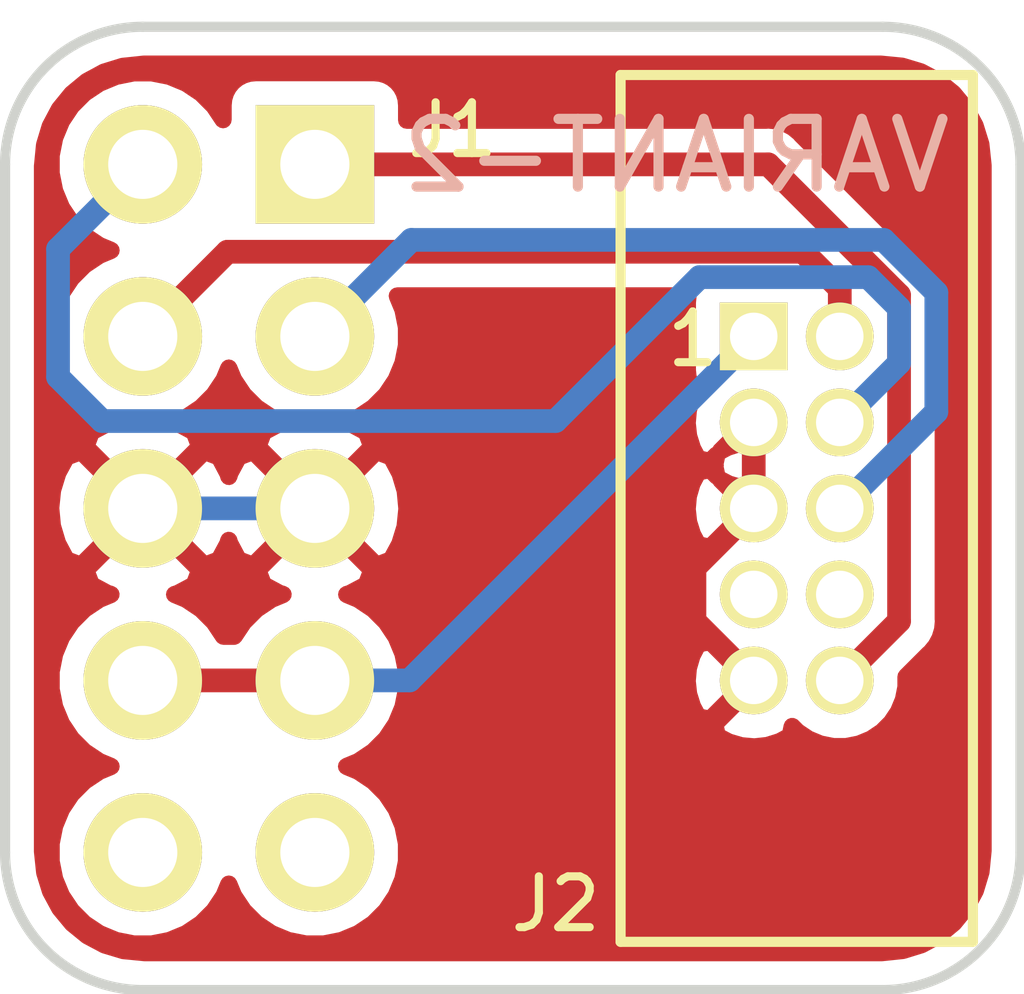
<source format=kicad_pcb>
(kicad_pcb (version 20171130) (host pcbnew 5.1.8-db9833491~88~ubuntu20.04.1)

  (general
    (thickness 1.6)
    (drawings 10)
    (tracks 30)
    (zones 0)
    (modules 2)
    (nets 11)
  )

  (page A4)
  (layers
    (0 F.Cu signal)
    (31 B.Cu signal)
    (32 B.Adhes user)
    (33 F.Adhes user)
    (34 B.Paste user)
    (35 F.Paste user)
    (36 B.SilkS user)
    (37 F.SilkS user)
    (38 B.Mask user)
    (39 F.Mask user)
    (40 Dwgs.User user)
    (41 Cmts.User user)
    (42 Eco1.User user)
    (43 Eco2.User user)
    (44 Edge.Cuts user)
    (45 Margin user)
    (46 B.CrtYd user)
    (47 F.CrtYd user)
    (48 B.Fab user)
    (49 F.Fab user)
  )

  (setup
    (last_trace_width 0.35)
    (user_trace_width 0.35)
    (trace_clearance 0.2)
    (zone_clearance 0.35)
    (zone_45_only no)
    (trace_min 0.2)
    (via_size 0.6)
    (via_drill 0.4)
    (via_min_size 0.4)
    (via_min_drill 0.3)
    (uvia_size 0.3)
    (uvia_drill 0.1)
    (uvias_allowed no)
    (uvia_min_size 0.2)
    (uvia_min_drill 0.1)
    (edge_width 0.15)
    (segment_width 0.2)
    (pcb_text_width 0.3)
    (pcb_text_size 1.5 1.5)
    (mod_edge_width 0.15)
    (mod_text_size 1 1)
    (mod_text_width 0.15)
    (pad_size 1.524 1.524)
    (pad_drill 0.762)
    (pad_to_mask_clearance 0)
    (aux_axis_origin 0 0)
    (visible_elements FFFFFF7F)
    (pcbplotparams
      (layerselection 0x010f0_ffffffff)
      (usegerberextensions false)
      (usegerberattributes true)
      (usegerberadvancedattributes true)
      (creategerberjobfile true)
      (excludeedgelayer true)
      (linewidth 0.100000)
      (plotframeref false)
      (viasonmask false)
      (mode 1)
      (useauxorigin false)
      (hpglpennumber 1)
      (hpglpenspeed 20)
      (hpglpendiameter 15.000000)
      (psnegative false)
      (psa4output false)
      (plotreference true)
      (plotvalue true)
      (plotinvisibletext false)
      (padsonsilk false)
      (subtractmaskfromsilk false)
      (outputformat 4)
      (mirror false)
      (drillshape 0)
      (scaleselection 1)
      (outputdirectory "gerbers"))
  )

  (net 0 "")
  (net 1 /RST)
  (net 2 /SWDIO)
  (net 3 /GND)
  (net 4 /SWIM)
  (net 5 /SWCLK)
  (net 6 /3.3V)
  (net 7 "Net-(J1-Pad9)")
  (net 8 "Net-(J1-Pad10)")
  (net 9 "Net-(J2-Pad7)")
  (net 10 "Net-(J2-Pad8)")

  (net_class Default "This is the default net class."
    (clearance 0.2)
    (trace_width 0.25)
    (via_dia 0.6)
    (via_drill 0.4)
    (uvia_dia 0.3)
    (uvia_drill 0.1)
    (add_net /3.3V)
    (add_net /GND)
    (add_net /RST)
    (add_net /SWCLK)
    (add_net /SWDIO)
    (add_net /SWIM)
    (add_net "Net-(J1-Pad10)")
    (add_net "Net-(J1-Pad9)")
    (add_net "Net-(J2-Pad7)")
    (add_net "Net-(J2-Pad8)")
  )

  (module kicadlib:ARM_10_PIN (layer F.Cu) (tedit 5FD78D9C) (tstamp 5643CB03)
    (at 157.48 110.236)
    (path /5643BF5B)
    (fp_text reference J2 (at -3.556 5.842) (layer F.SilkS)
      (effects (font (size 0.75 0.75) (thickness 0.12)))
    )
    (fp_text value ARM_10PIN (at 0 3.81) (layer F.Fab)
      (effects (font (size 0.75 0.75) (thickness 0.12)))
    )
    (fp_line (start -2.6 -6.4) (end 2.6 -6.4) (layer F.SilkS) (width 0.15))
    (fp_line (start -2.6 6.4) (end -2.6 -6.4) (layer F.SilkS) (width 0.15))
    (fp_line (start 2.6 6.4) (end -2.6 6.4) (layer F.SilkS) (width 0.15))
    (fp_line (start 2.6 -6.4) (end 2.6 6.4) (layer F.SilkS) (width 0.15))
    (fp_text user 1 (at -1.535 -2.5) (layer F.SilkS)
      (effects (font (size 0.75 0.75) (thickness 0.12)))
    )
    (pad 1 thru_hole rect (at -0.635 -2.54) (size 1 1) (drill 0.70104) (layers *.Cu *.Mask F.SilkS)
      (net 6 /3.3V))
    (pad 2 thru_hole circle (at 0.635 -2.54) (size 1 1) (drill 0.70104) (layers *.Cu *.Mask F.SilkS)
      (net 2 /SWDIO))
    (pad 3 thru_hole circle (at -0.635 -1.27) (size 1 1) (drill 0.70104) (layers *.Cu *.Mask F.SilkS)
      (net 3 /GND))
    (pad 4 thru_hole circle (at 0.635 -1.27) (size 1 1) (drill 0.70104) (layers *.Cu *.Mask F.SilkS)
      (net 5 /SWCLK))
    (pad 5 thru_hole circle (at -0.635 0) (size 1 1) (drill 0.70104) (layers *.Cu *.Mask F.SilkS)
      (net 3 /GND))
    (pad 6 thru_hole circle (at 0.635 0) (size 1 1) (drill 0.70104) (layers *.Cu *.Mask F.SilkS)
      (net 4 /SWIM))
    (pad 7 thru_hole circle (at -0.635 1.27) (size 1 1) (drill 0.70104) (layers *.Cu *.Mask F.SilkS)
      (net 9 "Net-(J2-Pad7)"))
    (pad 8 thru_hole circle (at 0.635 1.27) (size 1 1) (drill 0.70104) (layers *.Cu *.Mask F.SilkS)
      (net 10 "Net-(J2-Pad8)"))
    (pad 9 thru_hole circle (at -0.635 2.54) (size 1 1) (drill 0.70104) (layers *.Cu *.Mask F.SilkS)
      (net 3 /GND))
    (pad 10 thru_hole circle (at 0.635 2.54) (size 1 1) (drill 0.70104) (layers *.Cu *.Mask F.SilkS)
      (net 1 /RST))
    (model ${KIPRJMOD}/../kicadlib/kicadlib.pretty/models/ARM_10_PIN_TH_SHRD.wrl
      (offset (xyz -2.5908 -6.35 0))
      (scale (xyz 0.395 0.4 0.4))
      (rotate (xyz 0 0 -90))
    )
  )

  (module kicadlib:ARM_10_PIN_0.1_TH_RIGHTANGLE (layer F.Cu) (tedit 5FD78C30) (tstamp 5643CAF0)
    (at 150.368 105.156)
    (path /5643C704)
    (fp_text reference J1 (at 2.032 -0.508) (layer F.SilkS)
      (effects (font (size 0.75 0.75) (thickness 0.12)))
    )
    (fp_text value 2X5_HDR (at -1.27 -1.778) (layer F.Fab)
      (effects (font (size 0.75 0.75) (thickness 0.12)))
    )
    (pad 1 thru_hole rect (at 0 0) (size 1.75 1.75) (drill 1.02) (layers *.Cu *.Mask F.SilkS)
      (net 1 /RST))
    (pad 2 thru_hole circle (at -2.54 0) (size 1.75 1.75) (drill 1.02) (layers *.Cu *.Mask F.SilkS)
      (net 5 /SWCLK))
    (pad 3 thru_hole circle (at 0 2.54) (size 1.75 1.75) (drill 1.02) (layers *.Cu *.Mask F.SilkS)
      (net 4 /SWIM))
    (pad 4 thru_hole circle (at -2.54 2.54) (size 1.75 1.75) (drill 1.02) (layers *.Cu *.Mask F.SilkS)
      (net 2 /SWDIO))
    (pad 5 thru_hole circle (at 0 5.08) (size 1.75 1.75) (drill 1.02) (layers *.Cu *.Mask F.SilkS)
      (net 3 /GND))
    (pad 6 thru_hole circle (at -2.54 5.08) (size 1.75 1.75) (drill 1.02) (layers *.Cu *.Mask F.SilkS)
      (net 3 /GND))
    (pad 7 thru_hole circle (at 0 7.62) (size 1.75 1.75) (drill 1.02) (layers *.Cu *.Mask F.SilkS)
      (net 6 /3.3V))
    (pad 8 thru_hole circle (at -2.54 7.62) (size 1.75 1.75) (drill 1.02) (layers *.Cu *.Mask F.SilkS)
      (net 6 /3.3V))
    (pad 9 thru_hole circle (at 0 10.16) (size 1.75 1.75) (drill 1.02) (layers *.Cu *.Mask F.SilkS)
      (net 7 "Net-(J1-Pad9)"))
    (pad 10 thru_hole circle (at -2.54 10.16) (size 1.75 1.75) (drill 1.02) (layers *.Cu *.Mask F.SilkS)
      (net 8 "Net-(J1-Pad10)"))
    (model ${KIPRJMOD}/../SFH11-xxPC-D05-RA-BK.IGS
      (offset (xyz -12.5 -5 3.5))
      (scale (xyz 1 1 1))
      (rotate (xyz 90 -90 0))
    )
  )

  (gr_text VARIANT-2 (at 155.702 105.029) (layer B.SilkS)
    (effects (font (size 1 1) (thickness 0.15)) (justify mirror))
  )
  (gr_text "github.com/noahp/\n2x5toCortexAdapt/\nvariant-2 v1" (at 155.702 114.9985) (layer B.Mask)
    (effects (font (size 0.5 0.5) (thickness 0.125)) (justify mirror))
  )
  (gr_line (start 158.75 117.348) (end 147.828 117.348) (angle 90) (layer Edge.Cuts) (width 0.15))
  (gr_line (start 160.782 105.156) (end 160.782 115.316) (angle 90) (layer Edge.Cuts) (width 0.15))
  (gr_line (start 147.828 103.124) (end 158.75 103.124) (angle 90) (layer Edge.Cuts) (width 0.15))
  (gr_line (start 145.796 115.316) (end 145.796 105.156) (angle 90) (layer Edge.Cuts) (width 0.15))
  (gr_arc (start 147.828 115.316) (end 147.828 117.348) (angle 90) (layer Edge.Cuts) (width 0.15))
  (gr_arc (start 158.75 115.316) (end 160.782 115.316) (angle 90) (layer Edge.Cuts) (width 0.15))
  (gr_arc (start 158.75 105.156) (end 158.75 103.124) (angle 90) (layer Edge.Cuts) (width 0.15))
  (gr_arc (start 147.828 105.156) (end 145.796 105.156) (angle 90) (layer Edge.Cuts) (width 0.15))

  (segment (start 158.990001 111.900999) (end 158.115 112.776) (width 0.35) (layer F.Cu) (net 1) (status 20))
  (segment (start 158.990001 107.086064) (end 158.990001 111.900999) (width 0.35) (layer F.Cu) (net 1))
  (segment (start 157.059937 105.156) (end 158.990001 107.086064) (width 0.35) (layer F.Cu) (net 1))
  (segment (start 150.368 105.156) (end 157.059937 105.156) (width 0.35) (layer F.Cu) (net 1) (status 10))
  (segment (start 158.115 106.988894) (end 158.115 107.696) (width 0.35) (layer F.Cu) (net 2) (status 20))
  (segment (start 157.572105 106.445999) (end 158.115 106.988894) (width 0.35) (layer F.Cu) (net 2))
  (segment (start 149.078001 106.445999) (end 157.572105 106.445999) (width 0.35) (layer F.Cu) (net 2))
  (segment (start 147.828 107.696) (end 149.078001 106.445999) (width 0.35) (layer F.Cu) (net 2) (status 10))
  (segment (start 156.845 110.236) (end 156.845 108.966) (width 0.35) (layer F.Cu) (net 3) (status 30))
  (segment (start 147.828 110.236) (end 150.368 110.236) (width 0.35) (layer B.Cu) (net 3) (status 30))
  (segment (start 155.969999 111.111001) (end 156.845 110.236) (width 0.35) (layer F.Cu) (net 3) (status 20))
  (segment (start 155.969999 111.900999) (end 155.969999 111.111001) (width 0.35) (layer F.Cu) (net 3))
  (segment (start 156.845 112.776) (end 155.969999 111.900999) (width 0.35) (layer F.Cu) (net 3) (status 10))
  (segment (start 159.540011 108.810989) (end 158.115 110.236) (width 0.35) (layer B.Cu) (net 4) (status 20))
  (segment (start 159.540011 107.048178) (end 159.540011 108.810989) (width 0.35) (layer B.Cu) (net 4))
  (segment (start 158.762822 106.270989) (end 159.540011 107.048178) (width 0.35) (layer B.Cu) (net 4))
  (segment (start 151.793011 106.270989) (end 158.762822 106.270989) (width 0.35) (layer B.Cu) (net 4))
  (segment (start 150.368 107.696) (end 151.793011 106.270989) (width 0.35) (layer B.Cu) (net 4) (status 10))
  (segment (start 158.990001 108.090999) (end 158.115 108.966) (width 0.35) (layer B.Cu) (net 5) (status 20))
  (segment (start 158.990001 107.275999) (end 158.990001 108.090999) (width 0.35) (layer B.Cu) (net 5))
  (segment (start 158.535001 106.820999) (end 158.990001 107.275999) (width 0.35) (layer B.Cu) (net 5))
  (segment (start 156.044999 106.820999) (end 158.535001 106.820999) (width 0.35) (layer B.Cu) (net 5))
  (segment (start 153.919997 108.946001) (end 156.044999 106.820999) (width 0.35) (layer B.Cu) (net 5))
  (segment (start 147.227999 108.946001) (end 153.919997 108.946001) (width 0.35) (layer B.Cu) (net 5))
  (segment (start 146.577999 108.296001) (end 147.227999 108.946001) (width 0.35) (layer B.Cu) (net 5))
  (segment (start 146.577999 106.406001) (end 146.577999 108.296001) (width 0.35) (layer B.Cu) (net 5))
  (segment (start 147.828 105.156) (end 146.577999 106.406001) (width 0.35) (layer B.Cu) (net 5) (status 10))
  (segment (start 150.368 112.776) (end 151.765 112.776) (width 0.35) (layer B.Cu) (net 6) (status 10))
  (segment (start 151.765 112.776) (end 156.845 107.696) (width 0.35) (layer B.Cu) (net 6) (status 20))
  (segment (start 147.828 112.776) (end 150.368 112.776) (width 0.35) (layer F.Cu) (net 6) (status 30))

  (zone (net 3) (net_name /GND) (layer F.Cu) (tstamp 5FD79889) (hatch edge 0.508)
    (connect_pads (clearance 0.35))
    (min_thickness 0.254)
    (fill yes (arc_segments 16) (thermal_gap 0.35) (thermal_bridge_width 0.35))
    (polygon
      (pts
        (xy 160.782 117.348) (xy 145.796 117.348) (xy 145.796 103.124) (xy 160.782 103.124)
      )
    )
    (filled_polygon
      (pts
        (xy 159.036953 103.706783) (xy 159.312976 103.79012) (xy 159.567557 103.925483) (xy 159.790994 104.107714) (xy 159.974781 104.329876)
        (xy 160.111917 104.583502) (xy 160.197179 104.85894) (xy 160.23 105.171217) (xy 160.230001 115.288988) (xy 160.199217 115.602953)
        (xy 160.11588 115.878978) (xy 159.980517 116.133558) (xy 159.798288 116.356993) (xy 159.576127 116.54078) (xy 159.322497 116.677917)
        (xy 159.047061 116.763179) (xy 158.734783 116.796) (xy 147.855002 116.796) (xy 147.541047 116.765217) (xy 147.265022 116.68188)
        (xy 147.010442 116.546517) (xy 146.787007 116.364288) (xy 146.60322 116.142127) (xy 146.466083 115.888497) (xy 146.380821 115.613061)
        (xy 146.348 115.300783) (xy 146.348 112.64284) (xy 146.476 112.64284) (xy 146.476 112.90916) (xy 146.527956 113.170364)
        (xy 146.629873 113.416412) (xy 146.777833 113.63785) (xy 146.96615 113.826167) (xy 147.187588 113.974127) (xy 147.361104 114.046)
        (xy 147.187588 114.117873) (xy 146.96615 114.265833) (xy 146.777833 114.45415) (xy 146.629873 114.675588) (xy 146.527956 114.921636)
        (xy 146.476 115.18284) (xy 146.476 115.44916) (xy 146.527956 115.710364) (xy 146.629873 115.956412) (xy 146.777833 116.17785)
        (xy 146.96615 116.366167) (xy 147.187588 116.514127) (xy 147.433636 116.616044) (xy 147.69484 116.668) (xy 147.96116 116.668)
        (xy 148.222364 116.616044) (xy 148.468412 116.514127) (xy 148.68985 116.366167) (xy 148.878167 116.17785) (xy 149.026127 115.956412)
        (xy 149.098 115.782896) (xy 149.169873 115.956412) (xy 149.317833 116.17785) (xy 149.50615 116.366167) (xy 149.727588 116.514127)
        (xy 149.973636 116.616044) (xy 150.23484 116.668) (xy 150.50116 116.668) (xy 150.762364 116.616044) (xy 151.008412 116.514127)
        (xy 151.22985 116.366167) (xy 151.418167 116.17785) (xy 151.566127 115.956412) (xy 151.668044 115.710364) (xy 151.72 115.44916)
        (xy 151.72 115.18284) (xy 151.668044 114.921636) (xy 151.566127 114.675588) (xy 151.418167 114.45415) (xy 151.22985 114.265833)
        (xy 151.008412 114.117873) (xy 150.834896 114.046) (xy 151.008412 113.974127) (xy 151.22985 113.826167) (xy 151.418167 113.63785)
        (xy 151.566127 113.416412) (xy 151.668044 113.170364) (xy 151.72 112.90916) (xy 151.72 112.64284) (xy 151.668044 112.381636)
        (xy 151.566127 112.135588) (xy 151.418167 111.91415) (xy 151.22985 111.725833) (xy 151.008412 111.577873) (xy 150.837048 111.506891)
        (xy 150.882955 111.493162) (xy 151.11832 111.368544) (xy 151.1272 111.362611) (xy 151.209713 111.145595) (xy 150.368 110.303882)
        (xy 149.526287 111.145595) (xy 149.6088 111.362611) (xy 149.843179 111.489076) (xy 149.899862 111.506514) (xy 149.727588 111.577873)
        (xy 149.50615 111.725833) (xy 149.317833 111.91415) (xy 149.177616 112.124) (xy 149.018384 112.124) (xy 148.878167 111.91415)
        (xy 148.68985 111.725833) (xy 148.468412 111.577873) (xy 148.297048 111.506891) (xy 148.342955 111.493162) (xy 148.57832 111.368544)
        (xy 148.5872 111.362611) (xy 148.669713 111.145595) (xy 147.828 110.303882) (xy 146.986287 111.145595) (xy 147.0688 111.362611)
        (xy 147.303179 111.489076) (xy 147.359862 111.506514) (xy 147.187588 111.577873) (xy 146.96615 111.725833) (xy 146.777833 111.91415)
        (xy 146.629873 112.135588) (xy 146.527956 112.381636) (xy 146.476 112.64284) (xy 146.348 112.64284) (xy 146.348 110.230661)
        (xy 146.469469 110.230661) (xy 146.494531 110.4958) (xy 146.570838 110.750955) (xy 146.695456 110.98632) (xy 146.701389 110.9952)
        (xy 146.918405 111.077713) (xy 147.760118 110.236) (xy 147.895882 110.236) (xy 148.737595 111.077713) (xy 148.954611 110.9952)
        (xy 149.081076 110.760821) (xy 149.097664 110.706903) (xy 149.110838 110.750955) (xy 149.235456 110.98632) (xy 149.241389 110.9952)
        (xy 149.458405 111.077713) (xy 150.300118 110.236) (xy 150.435882 110.236) (xy 151.277595 111.077713) (xy 151.494611 110.9952)
        (xy 151.621076 110.760821) (xy 151.699386 110.506273) (xy 151.726531 110.241339) (xy 151.701469 109.9762) (xy 151.625162 109.721045)
        (xy 151.500544 109.48568) (xy 151.494611 109.4768) (xy 151.277595 109.394287) (xy 150.435882 110.236) (xy 150.300118 110.236)
        (xy 149.458405 109.394287) (xy 149.241389 109.4768) (xy 149.114924 109.711179) (xy 149.098336 109.765097) (xy 149.085162 109.721045)
        (xy 148.960544 109.48568) (xy 148.954611 109.4768) (xy 148.737595 109.394287) (xy 147.895882 110.236) (xy 147.760118 110.236)
        (xy 146.918405 109.394287) (xy 146.701389 109.4768) (xy 146.574924 109.711179) (xy 146.496614 109.965727) (xy 146.469469 110.230661)
        (xy 146.348 110.230661) (xy 146.348 105.183002) (xy 146.363703 105.02284) (xy 146.476 105.02284) (xy 146.476 105.28916)
        (xy 146.527956 105.550364) (xy 146.629873 105.796412) (xy 146.777833 106.01785) (xy 146.96615 106.206167) (xy 147.187588 106.354127)
        (xy 147.361104 106.426) (xy 147.187588 106.497873) (xy 146.96615 106.645833) (xy 146.777833 106.83415) (xy 146.629873 107.055588)
        (xy 146.527956 107.301636) (xy 146.476 107.56284) (xy 146.476 107.82916) (xy 146.527956 108.090364) (xy 146.629873 108.336412)
        (xy 146.777833 108.55785) (xy 146.96615 108.746167) (xy 147.187588 108.894127) (xy 147.358952 108.965109) (xy 147.313045 108.978838)
        (xy 147.07768 109.103456) (xy 147.0688 109.109389) (xy 146.986287 109.326405) (xy 147.828 110.168118) (xy 148.669713 109.326405)
        (xy 148.5872 109.109389) (xy 148.352821 108.982924) (xy 148.296138 108.965486) (xy 148.468412 108.894127) (xy 148.68985 108.746167)
        (xy 148.878167 108.55785) (xy 149.026127 108.336412) (xy 149.098 108.162896) (xy 149.169873 108.336412) (xy 149.317833 108.55785)
        (xy 149.50615 108.746167) (xy 149.727588 108.894127) (xy 149.898952 108.965109) (xy 149.853045 108.978838) (xy 149.61768 109.103456)
        (xy 149.6088 109.109389) (xy 149.526287 109.326405) (xy 150.368 110.168118) (xy 151.209713 109.326405) (xy 151.1272 109.109389)
        (xy 150.892821 108.982924) (xy 150.836138 108.965486) (xy 151.008412 108.894127) (xy 151.22985 108.746167) (xy 151.418167 108.55785)
        (xy 151.566127 108.336412) (xy 151.668044 108.090364) (xy 151.72 107.82916) (xy 151.72 107.56284) (xy 151.668044 107.301636)
        (xy 151.583694 107.097999) (xy 155.876266 107.097999) (xy 155.874903 107.102492) (xy 155.865693 107.196) (xy 155.865693 108.196)
        (xy 155.874903 108.289508) (xy 155.902178 108.379423) (xy 155.946471 108.462289) (xy 155.982758 108.506505) (xy 155.934422 108.599072)
        (xy 155.880335 108.783768) (xy 155.863319 108.975466) (xy 155.884028 109.166801) (xy 155.941667 109.350419) (xy 156.023502 109.503522)
        (xy 156.202141 109.540977) (xy 156.30187 109.441248) (xy 156.270023 109.593141) (xy 156.277882 109.601) (xy 156.270023 109.608859)
        (xy 156.30187 109.760752) (xy 156.202141 109.661023) (xy 156.023502 109.698478) (xy 155.934422 109.869072) (xy 155.880335 110.053768)
        (xy 155.863319 110.245466) (xy 155.884028 110.436801) (xy 155.941667 110.620419) (xy 156.023502 110.773522) (xy 156.165929 110.803385)
        (xy 156.086115 110.883199) (xy 155.979194 111.043217) (xy 155.905546 111.22102) (xy 155.868 111.409774) (xy 155.868 111.602226)
        (xy 155.905546 111.79098) (xy 155.979194 111.968783) (xy 156.086115 112.128801) (xy 156.165929 112.208615) (xy 156.023502 112.238478)
        (xy 155.934422 112.409072) (xy 155.880335 112.593768) (xy 155.863319 112.785466) (xy 155.884028 112.976801) (xy 155.941667 113.160419)
        (xy 156.023502 113.313522) (xy 156.202141 113.350977) (xy 156.777118 112.776) (xy 156.762976 112.761858) (xy 156.830858 112.693976)
        (xy 156.845 112.708118) (xy 156.859143 112.693976) (xy 156.927025 112.761858) (xy 156.912882 112.776) (xy 156.927025 112.790143)
        (xy 156.859143 112.858025) (xy 156.845 112.843882) (xy 156.270023 113.418859) (xy 156.307478 113.597498) (xy 156.478072 113.686578)
        (xy 156.662768 113.740665) (xy 156.854466 113.757681) (xy 157.045801 113.736972) (xy 157.229419 113.679333) (xy 157.382522 113.597498)
        (xy 157.412385 113.455071) (xy 157.492199 113.534885) (xy 157.652217 113.641806) (xy 157.83002 113.715454) (xy 158.018774 113.753)
        (xy 158.211226 113.753) (xy 158.39998 113.715454) (xy 158.577783 113.641806) (xy 158.737801 113.534885) (xy 158.873885 113.398801)
        (xy 158.980806 113.238783) (xy 159.054454 113.06098) (xy 159.092 112.872226) (xy 159.092 112.721067) (xy 159.428388 112.384679)
        (xy 159.453265 112.364263) (xy 159.534742 112.264983) (xy 159.595284 112.151716) (xy 159.632566 112.028813) (xy 159.642001 111.933021)
        (xy 159.645155 111.901) (xy 159.642001 111.868978) (xy 159.642001 107.118086) (xy 159.645155 107.086064) (xy 159.632566 106.958249)
        (xy 159.60309 106.86108) (xy 159.595284 106.835347) (xy 159.534742 106.72208) (xy 159.453265 106.6228) (xy 159.428389 106.602385)
        (xy 157.543622 104.717619) (xy 157.523201 104.692736) (xy 157.423921 104.611259) (xy 157.310654 104.550717) (xy 157.187751 104.513435)
        (xy 157.091959 104.504) (xy 157.059937 104.500846) (xy 157.027915 104.504) (xy 151.722307 104.504) (xy 151.722307 104.281)
        (xy 151.713097 104.187492) (xy 151.685822 104.097577) (xy 151.641529 104.014711) (xy 151.581921 103.942079) (xy 151.509289 103.882471)
        (xy 151.426423 103.838178) (xy 151.336508 103.810903) (xy 151.243 103.801693) (xy 149.493 103.801693) (xy 149.399492 103.810903)
        (xy 149.309577 103.838178) (xy 149.226711 103.882471) (xy 149.154079 103.942079) (xy 149.094471 104.014711) (xy 149.050178 104.097577)
        (xy 149.022903 104.187492) (xy 149.013693 104.281) (xy 149.013693 104.496979) (xy 148.878167 104.29415) (xy 148.68985 104.105833)
        (xy 148.468412 103.957873) (xy 148.222364 103.855956) (xy 147.96116 103.804) (xy 147.69484 103.804) (xy 147.433636 103.855956)
        (xy 147.187588 103.957873) (xy 146.96615 104.105833) (xy 146.777833 104.29415) (xy 146.629873 104.515588) (xy 146.527956 104.761636)
        (xy 146.476 105.02284) (xy 146.363703 105.02284) (xy 146.378783 104.869047) (xy 146.46212 104.593024) (xy 146.597483 104.338443)
        (xy 146.779714 104.115006) (xy 147.001876 103.931219) (xy 147.255502 103.794083) (xy 147.53094 103.708821) (xy 147.843217 103.676)
        (xy 158.722998 103.676)
      )
    )
    (filled_polygon
      (pts
        (xy 156.478072 109.876578) (xy 156.584679 109.907797) (xy 156.845 110.168118) (xy 156.859143 110.153976) (xy 156.927025 110.221858)
        (xy 156.912882 110.236) (xy 156.927025 110.250143) (xy 156.859143 110.318025) (xy 156.845 110.303882) (xy 156.830858 110.318025)
        (xy 156.762976 110.250143) (xy 156.777118 110.236) (xy 156.351716 109.810598)
      )
    )
    (filled_polygon
      (pts
        (xy 156.927025 108.951858) (xy 156.912882 108.966) (xy 156.927025 108.980143) (xy 156.859143 109.048025) (xy 156.845 109.033882)
        (xy 156.585395 109.293487) (xy 156.460581 109.332667) (xy 156.352888 109.39023) (xy 156.777118 108.966) (xy 156.762976 108.951858)
        (xy 156.830858 108.883976) (xy 156.845 108.898118) (xy 156.859143 108.883976)
      )
    )
  )
)

</source>
